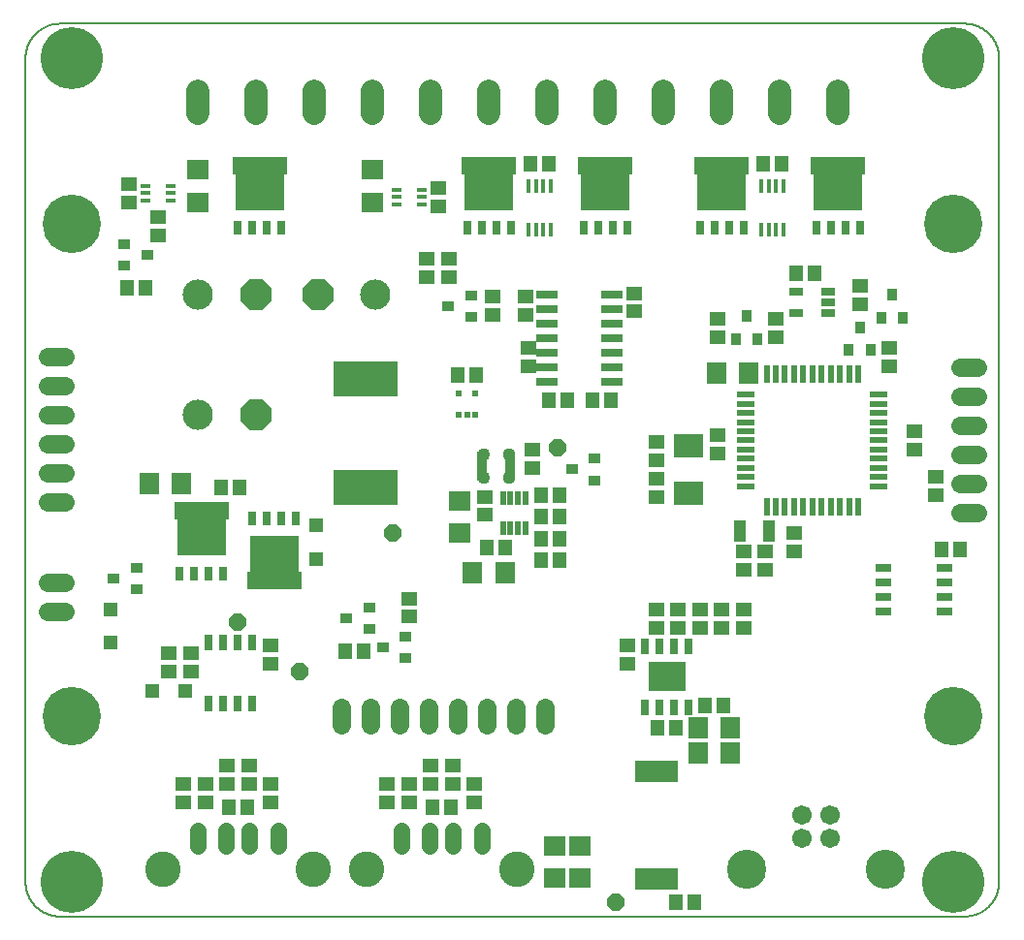
<source format=gts>
G75*
%MOIN*%
%OFA0B0*%
%FSLAX25Y25*%
%IPPOS*%
%LPD*%
%AMOC8*
5,1,8,0,0,1.08239X$1,22.5*
%
%ADD10R,0.03156X0.04928*%
%ADD11R,0.16935X0.12605*%
%ADD12R,0.18904X0.06306*%
%ADD13R,0.04362X0.04362*%
%ADD14R,0.04731X0.04731*%
%ADD15R,0.22054X0.12211*%
%ADD16C,0.10400*%
%ADD17OC8,0.10400*%
%ADD18R,0.05518X0.04731*%
%ADD19R,0.04731X0.05518*%
%ADD20R,0.07498X0.06699*%
%ADD21R,0.03746X0.01778*%
%ADD22R,0.02762X0.05518*%
%ADD23R,0.07290X0.03156*%
%ADD24C,0.06699*%
%ADD25C,0.13455*%
%ADD26R,0.02172X0.04731*%
%ADD27R,0.03550X0.09849*%
%ADD28C,0.04362*%
%ADD29C,0.03575*%
%ADD30R,0.06699X0.07487*%
%ADD31R,0.07487X0.06699*%
%ADD32R,0.04337X0.03550*%
%ADD33R,0.04337X0.07487*%
%ADD34R,0.14573X0.07487*%
%ADD35R,0.02369X0.02369*%
%ADD36R,0.01975X0.02369*%
%ADD37C,0.05518*%
%ADD38C,0.12211*%
%ADD39R,0.03550X0.04337*%
%ADD40C,0.06306*%
%ADD41R,0.06306X0.02369*%
%ADD42R,0.02369X0.06306*%
%ADD43R,0.09849X0.07880*%
%ADD44R,0.04731X0.02762*%
%ADD45R,0.05518X0.02762*%
%ADD46R,0.01581X0.05124*%
%ADD47C,0.08077*%
%ADD48C,0.21329*%
%ADD49C,0.00787*%
%ADD50C,0.20085*%
%ADD51R,0.12605X0.09849*%
%ADD52OC8,0.05715*%
D10*
X0117028Y0146644D03*
X0122028Y0146644D03*
X0127028Y0146644D03*
X0132028Y0146644D03*
X0142028Y0165600D03*
X0147028Y0165600D03*
X0152028Y0165600D03*
X0157028Y0165600D03*
X0152028Y0265394D03*
X0147028Y0265394D03*
X0142028Y0265394D03*
X0137028Y0265394D03*
X0215778Y0265394D03*
X0220778Y0265394D03*
X0225778Y0265394D03*
X0230778Y0265394D03*
X0255778Y0265394D03*
X0260778Y0265394D03*
X0265778Y0265394D03*
X0270778Y0265394D03*
X0295778Y0265394D03*
X0300778Y0265394D03*
X0305778Y0265394D03*
X0310778Y0265394D03*
X0335778Y0265394D03*
X0340778Y0265394D03*
X0345778Y0265394D03*
X0350778Y0265394D03*
D11*
X0343278Y0277894D03*
X0303278Y0277894D03*
X0263278Y0277894D03*
X0223278Y0277894D03*
X0144528Y0277894D03*
X0124528Y0159144D03*
X0149528Y0153100D03*
D12*
X0149528Y0144045D03*
X0124528Y0168199D03*
X0144528Y0286949D03*
X0223278Y0286949D03*
X0263278Y0286949D03*
X0303278Y0286949D03*
X0343278Y0286949D03*
D13*
X0343278Y0285571D03*
X0348789Y0285571D03*
X0348789Y0280059D03*
X0343278Y0280059D03*
X0337766Y0280059D03*
X0337766Y0285571D03*
X0337766Y0274547D03*
X0343278Y0274547D03*
X0348789Y0274547D03*
X0308789Y0274547D03*
X0303278Y0274547D03*
X0303278Y0280059D03*
X0308789Y0280059D03*
X0308789Y0285571D03*
X0303278Y0285571D03*
X0297766Y0285571D03*
X0297766Y0280059D03*
X0297766Y0274547D03*
X0268789Y0274547D03*
X0263278Y0274547D03*
X0257766Y0274547D03*
X0257766Y0280059D03*
X0263278Y0280059D03*
X0268789Y0280059D03*
X0268789Y0285571D03*
X0263278Y0285571D03*
X0257766Y0285571D03*
X0228789Y0285571D03*
X0223278Y0285571D03*
X0223278Y0280059D03*
X0228789Y0280059D03*
X0228789Y0274547D03*
X0223278Y0274547D03*
X0217766Y0274547D03*
X0217766Y0280059D03*
X0217766Y0285571D03*
X0150039Y0285571D03*
X0144528Y0285571D03*
X0144528Y0280059D03*
X0150039Y0280059D03*
X0150039Y0274547D03*
X0144528Y0274547D03*
X0139016Y0274547D03*
X0139016Y0280059D03*
X0139016Y0285571D03*
X0174872Y0216526D03*
X0180778Y0216526D03*
X0186683Y0216526D03*
X0186683Y0210620D03*
X0180778Y0210620D03*
X0174872Y0210620D03*
X0174872Y0179124D03*
X0174872Y0173219D03*
X0180778Y0173219D03*
X0180778Y0179124D03*
X0186683Y0179124D03*
X0186683Y0173219D03*
X0155039Y0156447D03*
X0149528Y0156447D03*
X0149528Y0150935D03*
X0155039Y0150935D03*
X0155039Y0145423D03*
X0149528Y0145423D03*
X0144016Y0145423D03*
X0144016Y0150935D03*
X0144016Y0156447D03*
X0130039Y0155797D03*
X0124528Y0155797D03*
X0124528Y0161309D03*
X0130039Y0161309D03*
X0130039Y0166821D03*
X0124528Y0166821D03*
X0119016Y0166821D03*
X0119016Y0161309D03*
X0119016Y0155797D03*
X0276053Y0078770D03*
X0280778Y0078770D03*
X0285502Y0078770D03*
X0284528Y0108760D03*
X0288465Y0108760D03*
X0288465Y0113484D03*
X0284528Y0113484D03*
X0280591Y0113484D03*
X0280591Y0108760D03*
X0280778Y0040974D03*
X0285502Y0040974D03*
X0276053Y0040974D03*
D14*
X0163903Y0151663D03*
X0163903Y0163081D03*
X0118986Y0106122D03*
X0107569Y0106122D03*
X0093278Y0122913D03*
X0093278Y0134331D03*
D15*
X0180778Y0176171D03*
X0180778Y0213573D03*
D16*
X0184370Y0242372D03*
X0123435Y0242372D03*
X0123435Y0201122D03*
D17*
X0143120Y0201122D03*
X0143120Y0242372D03*
X0164685Y0242372D03*
D18*
X0202028Y0248597D03*
X0202028Y0254897D03*
X0209528Y0254897D03*
X0209528Y0248597D03*
X0224528Y0241772D03*
X0224528Y0235472D03*
X0235778Y0235472D03*
X0235778Y0241772D03*
X0237028Y0224272D03*
X0237028Y0217972D03*
X0238278Y0189272D03*
X0238278Y0182972D03*
X0222028Y0173022D03*
X0222028Y0166722D03*
X0195778Y0138022D03*
X0195778Y0131722D03*
X0148278Y0121772D03*
X0148278Y0115472D03*
X0120778Y0112972D03*
X0120778Y0119272D03*
X0113278Y0119272D03*
X0113278Y0112972D03*
X0133278Y0080522D03*
X0140778Y0080522D03*
X0140778Y0074222D03*
X0133278Y0074222D03*
X0125778Y0074272D03*
X0125778Y0067972D03*
X0118278Y0067972D03*
X0118278Y0074272D03*
X0148278Y0074272D03*
X0148278Y0067972D03*
X0188278Y0067972D03*
X0195778Y0067972D03*
X0195778Y0074272D03*
X0188278Y0074272D03*
X0203278Y0074222D03*
X0210778Y0074222D03*
X0210778Y0080522D03*
X0203278Y0080522D03*
X0218278Y0074272D03*
X0218278Y0067972D03*
X0270778Y0115472D03*
X0270778Y0121772D03*
X0280778Y0127972D03*
X0288278Y0127972D03*
X0288278Y0134272D03*
X0280778Y0134272D03*
X0295778Y0134272D03*
X0295778Y0127972D03*
X0303278Y0127972D03*
X0310778Y0127972D03*
X0310778Y0134272D03*
X0303278Y0134272D03*
X0310778Y0147972D03*
X0310778Y0154272D03*
X0318278Y0154272D03*
X0318278Y0147972D03*
X0328278Y0154222D03*
X0328278Y0160522D03*
X0302028Y0187972D03*
X0302028Y0194272D03*
X0280778Y0191772D03*
X0280778Y0185472D03*
X0280778Y0179272D03*
X0280778Y0172972D03*
X0302028Y0227972D03*
X0302028Y0234272D03*
X0322028Y0234272D03*
X0322028Y0227972D03*
X0350778Y0239222D03*
X0350778Y0245522D03*
X0360778Y0224272D03*
X0360778Y0217972D03*
X0369528Y0195522D03*
X0369528Y0189222D03*
X0377028Y0179897D03*
X0377028Y0173597D03*
X0273278Y0236722D03*
X0273278Y0243022D03*
X0205778Y0272972D03*
X0205778Y0279272D03*
X0109528Y0269272D03*
X0109528Y0262972D03*
X0099528Y0274222D03*
X0099528Y0280522D03*
D19*
X0098878Y0244872D03*
X0105177Y0244872D03*
X0131378Y0176122D03*
X0137677Y0176122D03*
X0173878Y0119872D03*
X0180177Y0119872D03*
X0222628Y0155497D03*
X0228927Y0155497D03*
X0241378Y0158622D03*
X0247677Y0158622D03*
X0247677Y0151122D03*
X0241378Y0151122D03*
X0241378Y0166122D03*
X0247677Y0166122D03*
X0247677Y0173622D03*
X0241378Y0173622D03*
X0243878Y0206122D03*
X0250177Y0206122D03*
X0258878Y0206122D03*
X0265177Y0206122D03*
X0218927Y0214872D03*
X0212628Y0214872D03*
X0237628Y0287372D03*
X0243927Y0287372D03*
X0317628Y0287372D03*
X0323927Y0287372D03*
X0328878Y0249872D03*
X0335177Y0249872D03*
X0378878Y0154872D03*
X0385177Y0154872D03*
X0303927Y0101122D03*
X0297628Y0101122D03*
X0287677Y0093622D03*
X0281378Y0093622D03*
X0287628Y0033622D03*
X0293927Y0033622D03*
X0210177Y0066122D03*
X0203878Y0066122D03*
X0140177Y0066122D03*
X0133878Y0066122D03*
D20*
X0123278Y0274274D03*
X0123278Y0285470D03*
X0183278Y0285470D03*
X0183278Y0274274D03*
D21*
X0191447Y0273563D03*
X0191447Y0276122D03*
X0191447Y0278681D03*
X0200108Y0278681D03*
X0200108Y0276122D03*
X0200108Y0273563D03*
X0113858Y0274813D03*
X0113858Y0277372D03*
X0113858Y0279931D03*
X0105197Y0279931D03*
X0105197Y0277372D03*
X0105197Y0274813D03*
D22*
X0127028Y0122805D03*
X0132028Y0122805D03*
X0137028Y0122805D03*
X0142028Y0122805D03*
X0142028Y0101939D03*
X0137028Y0101939D03*
X0132028Y0101939D03*
X0127028Y0101939D03*
X0277028Y0100689D03*
X0282028Y0100689D03*
X0287028Y0100689D03*
X0292028Y0100689D03*
X0292028Y0121555D03*
X0287028Y0121555D03*
X0282028Y0121555D03*
X0277028Y0121555D03*
D23*
X0265650Y0212372D03*
X0265650Y0217372D03*
X0265650Y0222372D03*
X0265650Y0227372D03*
X0265650Y0232372D03*
X0265650Y0237372D03*
X0265650Y0242372D03*
X0243406Y0242372D03*
X0243406Y0237372D03*
X0243406Y0232372D03*
X0243406Y0227372D03*
X0243406Y0222372D03*
X0243406Y0217372D03*
X0243406Y0212372D03*
D24*
X0330856Y0063415D03*
X0330856Y0055541D03*
X0340699Y0055541D03*
X0340699Y0063415D03*
D25*
X0359478Y0044872D03*
X0312077Y0044872D03*
D26*
X0235866Y0162254D03*
X0233307Y0162254D03*
X0230748Y0162254D03*
X0228189Y0162254D03*
X0228189Y0172490D03*
X0230748Y0172490D03*
X0233307Y0172490D03*
X0235866Y0172490D03*
D27*
X0230699Y0183622D03*
X0220856Y0183425D03*
D28*
X0221447Y0179685D03*
X0221447Y0187559D03*
X0230108Y0187559D03*
X0230108Y0179685D03*
D29*
X0230699Y0183622D03*
X0220856Y0183622D03*
D30*
X0217766Y0146747D03*
X0228789Y0146747D03*
X0295266Y0093622D03*
X0295266Y0084872D03*
X0306289Y0084872D03*
X0306289Y0093622D03*
X0301516Y0215497D03*
X0312539Y0215497D03*
X0117539Y0177372D03*
X0106516Y0177372D03*
D31*
X0213278Y0171634D03*
X0213278Y0160610D03*
X0245778Y0052884D03*
X0254528Y0052884D03*
X0254528Y0041860D03*
X0245778Y0041860D03*
D32*
X0194715Y0117382D03*
X0194715Y0124862D03*
X0186841Y0121122D03*
X0182215Y0127382D03*
X0182215Y0134862D03*
X0174341Y0131122D03*
X0102215Y0141132D03*
X0102215Y0148612D03*
X0094341Y0144872D03*
X0209341Y0238622D03*
X0217215Y0234882D03*
X0217215Y0242362D03*
X0259715Y0186112D03*
X0259715Y0178632D03*
X0251841Y0182372D03*
X0105965Y0256122D03*
X0098091Y0252382D03*
X0098091Y0259862D03*
D33*
X0309606Y0161122D03*
X0319449Y0161122D03*
D34*
X0280778Y0078376D03*
X0280778Y0041368D03*
D35*
X0218533Y0201329D03*
X0213022Y0201329D03*
X0213022Y0208415D03*
X0218533Y0208415D03*
D36*
X0215778Y0201329D03*
D37*
X0210965Y0058100D02*
X0210965Y0052982D01*
X0203091Y0052982D02*
X0203091Y0058100D01*
X0193248Y0058100D02*
X0193248Y0052982D01*
X0220807Y0052982D02*
X0220807Y0058100D01*
X0150807Y0058100D02*
X0150807Y0052982D01*
X0140965Y0052982D02*
X0140965Y0058100D01*
X0133091Y0058100D02*
X0133091Y0052982D01*
X0123248Y0052982D02*
X0123248Y0058100D01*
D38*
X0111161Y0044872D03*
X0162894Y0044872D03*
X0181161Y0044872D03*
X0232894Y0044872D03*
D39*
X0347037Y0223435D03*
X0354518Y0223435D03*
X0350778Y0231309D03*
X0358287Y0234685D03*
X0365768Y0234685D03*
X0362028Y0242559D03*
X0315768Y0227185D03*
X0308287Y0227185D03*
X0312028Y0235059D03*
D40*
X0385325Y0217372D02*
X0391230Y0217372D01*
X0391230Y0207372D02*
X0385325Y0207372D01*
X0385325Y0197372D02*
X0391230Y0197372D01*
X0391230Y0187372D02*
X0385325Y0187372D01*
X0385325Y0177372D02*
X0391230Y0177372D01*
X0391230Y0167372D02*
X0385325Y0167372D01*
X0242756Y0100472D02*
X0242756Y0094567D01*
X0232756Y0094567D02*
X0232756Y0100472D01*
X0222756Y0100472D02*
X0222756Y0094567D01*
X0212756Y0094567D02*
X0212756Y0100472D01*
X0202756Y0100472D02*
X0202756Y0094567D01*
X0192756Y0094567D02*
X0192756Y0100472D01*
X0182756Y0100472D02*
X0182756Y0094567D01*
X0172756Y0094567D02*
X0172756Y0100472D01*
X0077480Y0133622D02*
X0071575Y0133622D01*
X0071575Y0143622D02*
X0077480Y0143622D01*
X0077480Y0171122D02*
X0071575Y0171122D01*
X0071575Y0181122D02*
X0077480Y0181122D01*
X0077480Y0191122D02*
X0071575Y0191122D01*
X0071575Y0201122D02*
X0077480Y0201122D01*
X0077480Y0211122D02*
X0071575Y0211122D01*
X0071575Y0221122D02*
X0077480Y0221122D01*
D41*
X0311693Y0208120D03*
X0311693Y0204970D03*
X0311693Y0201821D03*
X0311693Y0198671D03*
X0311693Y0195522D03*
X0311693Y0192372D03*
X0311693Y0189222D03*
X0311693Y0186073D03*
X0311693Y0182923D03*
X0311693Y0179774D03*
X0311693Y0176624D03*
X0357362Y0176624D03*
X0357362Y0179774D03*
X0357362Y0182923D03*
X0357362Y0186073D03*
X0357362Y0189222D03*
X0357362Y0192372D03*
X0357362Y0195522D03*
X0357362Y0198671D03*
X0357362Y0201821D03*
X0357362Y0204970D03*
X0357362Y0208120D03*
D42*
X0350276Y0215207D03*
X0347126Y0215207D03*
X0343976Y0215207D03*
X0340827Y0215207D03*
X0337677Y0215207D03*
X0334528Y0215207D03*
X0331378Y0215207D03*
X0328228Y0215207D03*
X0325079Y0215207D03*
X0321929Y0215207D03*
X0318780Y0215207D03*
X0318780Y0169537D03*
X0321929Y0169537D03*
X0325079Y0169537D03*
X0328228Y0169537D03*
X0331378Y0169537D03*
X0334528Y0169537D03*
X0337677Y0169537D03*
X0340827Y0169537D03*
X0343976Y0169537D03*
X0347126Y0169537D03*
X0350276Y0169537D03*
D43*
X0292028Y0174301D03*
X0292028Y0190443D03*
D44*
X0329016Y0236132D03*
X0329016Y0243612D03*
X0340039Y0243612D03*
X0340039Y0239872D03*
X0340039Y0236132D03*
D45*
X0359094Y0148622D03*
X0359094Y0143622D03*
X0359094Y0138622D03*
X0359094Y0133622D03*
X0379961Y0133622D03*
X0379961Y0138622D03*
X0379961Y0143622D03*
X0379961Y0148622D03*
D46*
X0324616Y0264892D03*
X0322057Y0264892D03*
X0319498Y0264892D03*
X0316939Y0264892D03*
X0316939Y0279852D03*
X0319498Y0279852D03*
X0322057Y0279852D03*
X0324616Y0279852D03*
X0244616Y0279852D03*
X0242057Y0279852D03*
X0239498Y0279852D03*
X0236939Y0279852D03*
X0236939Y0264892D03*
X0239498Y0264892D03*
X0242057Y0264892D03*
X0244616Y0264892D03*
D47*
X0243278Y0304783D02*
X0243278Y0312461D01*
X0263278Y0312461D02*
X0263278Y0304783D01*
X0283278Y0304783D02*
X0283278Y0312461D01*
X0303278Y0312461D02*
X0303278Y0304783D01*
X0323278Y0304783D02*
X0323278Y0312461D01*
X0343278Y0312461D02*
X0343278Y0304783D01*
X0223278Y0304783D02*
X0223278Y0312461D01*
X0203278Y0312461D02*
X0203278Y0304783D01*
X0183278Y0304783D02*
X0183278Y0312461D01*
X0163278Y0312461D02*
X0163278Y0304783D01*
X0143278Y0304783D02*
X0143278Y0312461D01*
X0123278Y0312461D02*
X0123278Y0304783D01*
D48*
X0079803Y0323898D03*
X0382953Y0323898D03*
X0382953Y0040433D03*
X0079803Y0040433D03*
D49*
X0064055Y0040433D02*
X0064055Y0323898D01*
X0064058Y0324183D01*
X0064069Y0324469D01*
X0064086Y0324754D01*
X0064110Y0325038D01*
X0064141Y0325322D01*
X0064179Y0325605D01*
X0064224Y0325886D01*
X0064275Y0326167D01*
X0064333Y0326447D01*
X0064398Y0326725D01*
X0064470Y0327001D01*
X0064548Y0327275D01*
X0064633Y0327548D01*
X0064725Y0327818D01*
X0064823Y0328086D01*
X0064927Y0328352D01*
X0065038Y0328615D01*
X0065155Y0328875D01*
X0065278Y0329133D01*
X0065408Y0329387D01*
X0065544Y0329638D01*
X0065685Y0329886D01*
X0065833Y0330130D01*
X0065986Y0330371D01*
X0066146Y0330607D01*
X0066311Y0330840D01*
X0066481Y0331069D01*
X0066657Y0331294D01*
X0066839Y0331514D01*
X0067025Y0331730D01*
X0067217Y0331941D01*
X0067414Y0332148D01*
X0067616Y0332350D01*
X0067823Y0332547D01*
X0068034Y0332739D01*
X0068250Y0332925D01*
X0068470Y0333107D01*
X0068695Y0333283D01*
X0068924Y0333453D01*
X0069157Y0333618D01*
X0069393Y0333778D01*
X0069634Y0333931D01*
X0069878Y0334079D01*
X0070126Y0334220D01*
X0070377Y0334356D01*
X0070631Y0334486D01*
X0070889Y0334609D01*
X0071149Y0334726D01*
X0071412Y0334837D01*
X0071678Y0334941D01*
X0071946Y0335039D01*
X0072216Y0335131D01*
X0072489Y0335216D01*
X0072763Y0335294D01*
X0073039Y0335366D01*
X0073317Y0335431D01*
X0073597Y0335489D01*
X0073878Y0335540D01*
X0074159Y0335585D01*
X0074442Y0335623D01*
X0074726Y0335654D01*
X0075010Y0335678D01*
X0075295Y0335695D01*
X0075581Y0335706D01*
X0075866Y0335709D01*
X0386890Y0335709D01*
X0387175Y0335706D01*
X0387461Y0335695D01*
X0387746Y0335678D01*
X0388030Y0335654D01*
X0388314Y0335623D01*
X0388597Y0335585D01*
X0388878Y0335540D01*
X0389159Y0335489D01*
X0389439Y0335431D01*
X0389717Y0335366D01*
X0389993Y0335294D01*
X0390267Y0335216D01*
X0390540Y0335131D01*
X0390810Y0335039D01*
X0391078Y0334941D01*
X0391344Y0334837D01*
X0391607Y0334726D01*
X0391867Y0334609D01*
X0392125Y0334486D01*
X0392379Y0334356D01*
X0392630Y0334220D01*
X0392878Y0334079D01*
X0393122Y0333931D01*
X0393363Y0333778D01*
X0393599Y0333618D01*
X0393832Y0333453D01*
X0394061Y0333283D01*
X0394286Y0333107D01*
X0394506Y0332925D01*
X0394722Y0332739D01*
X0394933Y0332547D01*
X0395140Y0332350D01*
X0395342Y0332148D01*
X0395539Y0331941D01*
X0395731Y0331730D01*
X0395917Y0331514D01*
X0396099Y0331294D01*
X0396275Y0331069D01*
X0396445Y0330840D01*
X0396610Y0330607D01*
X0396770Y0330371D01*
X0396923Y0330130D01*
X0397071Y0329886D01*
X0397212Y0329638D01*
X0397348Y0329387D01*
X0397478Y0329133D01*
X0397601Y0328875D01*
X0397718Y0328615D01*
X0397829Y0328352D01*
X0397933Y0328086D01*
X0398031Y0327818D01*
X0398123Y0327548D01*
X0398208Y0327275D01*
X0398286Y0327001D01*
X0398358Y0326725D01*
X0398423Y0326447D01*
X0398481Y0326167D01*
X0398532Y0325886D01*
X0398577Y0325605D01*
X0398615Y0325322D01*
X0398646Y0325038D01*
X0398670Y0324754D01*
X0398687Y0324469D01*
X0398698Y0324183D01*
X0398701Y0323898D01*
X0398701Y0040433D01*
X0398698Y0040148D01*
X0398687Y0039862D01*
X0398670Y0039577D01*
X0398646Y0039293D01*
X0398615Y0039009D01*
X0398577Y0038726D01*
X0398532Y0038445D01*
X0398481Y0038164D01*
X0398423Y0037884D01*
X0398358Y0037606D01*
X0398286Y0037330D01*
X0398208Y0037056D01*
X0398123Y0036783D01*
X0398031Y0036513D01*
X0397933Y0036245D01*
X0397829Y0035979D01*
X0397718Y0035716D01*
X0397601Y0035456D01*
X0397478Y0035198D01*
X0397348Y0034944D01*
X0397212Y0034693D01*
X0397071Y0034445D01*
X0396923Y0034201D01*
X0396770Y0033960D01*
X0396610Y0033724D01*
X0396445Y0033491D01*
X0396275Y0033262D01*
X0396099Y0033037D01*
X0395917Y0032817D01*
X0395731Y0032601D01*
X0395539Y0032390D01*
X0395342Y0032183D01*
X0395140Y0031981D01*
X0394933Y0031784D01*
X0394722Y0031592D01*
X0394506Y0031406D01*
X0394286Y0031224D01*
X0394061Y0031048D01*
X0393832Y0030878D01*
X0393599Y0030713D01*
X0393363Y0030553D01*
X0393122Y0030400D01*
X0392878Y0030252D01*
X0392630Y0030111D01*
X0392379Y0029975D01*
X0392125Y0029845D01*
X0391867Y0029722D01*
X0391607Y0029605D01*
X0391344Y0029494D01*
X0391078Y0029390D01*
X0390810Y0029292D01*
X0390540Y0029200D01*
X0390267Y0029115D01*
X0389993Y0029037D01*
X0389717Y0028965D01*
X0389439Y0028900D01*
X0389159Y0028842D01*
X0388878Y0028791D01*
X0388597Y0028746D01*
X0388314Y0028708D01*
X0388030Y0028677D01*
X0387746Y0028653D01*
X0387461Y0028636D01*
X0387175Y0028625D01*
X0386890Y0028622D01*
X0075866Y0028622D01*
X0075581Y0028625D01*
X0075295Y0028636D01*
X0075010Y0028653D01*
X0074726Y0028677D01*
X0074442Y0028708D01*
X0074159Y0028746D01*
X0073878Y0028791D01*
X0073597Y0028842D01*
X0073317Y0028900D01*
X0073039Y0028965D01*
X0072763Y0029037D01*
X0072489Y0029115D01*
X0072216Y0029200D01*
X0071946Y0029292D01*
X0071678Y0029390D01*
X0071412Y0029494D01*
X0071149Y0029605D01*
X0070889Y0029722D01*
X0070631Y0029845D01*
X0070377Y0029975D01*
X0070126Y0030111D01*
X0069878Y0030252D01*
X0069634Y0030400D01*
X0069393Y0030553D01*
X0069157Y0030713D01*
X0068924Y0030878D01*
X0068695Y0031048D01*
X0068470Y0031224D01*
X0068250Y0031406D01*
X0068034Y0031592D01*
X0067823Y0031784D01*
X0067616Y0031981D01*
X0067414Y0032183D01*
X0067217Y0032390D01*
X0067025Y0032601D01*
X0066839Y0032817D01*
X0066657Y0033037D01*
X0066481Y0033262D01*
X0066311Y0033491D01*
X0066146Y0033724D01*
X0065986Y0033960D01*
X0065833Y0034201D01*
X0065685Y0034445D01*
X0065544Y0034693D01*
X0065408Y0034944D01*
X0065278Y0035198D01*
X0065155Y0035456D01*
X0065038Y0035716D01*
X0064927Y0035979D01*
X0064823Y0036245D01*
X0064725Y0036513D01*
X0064633Y0036783D01*
X0064548Y0037056D01*
X0064470Y0037330D01*
X0064398Y0037606D01*
X0064333Y0037884D01*
X0064275Y0038164D01*
X0064224Y0038445D01*
X0064179Y0038726D01*
X0064141Y0039009D01*
X0064110Y0039293D01*
X0064086Y0039577D01*
X0064069Y0039862D01*
X0064058Y0040148D01*
X0064055Y0040433D01*
D50*
X0079803Y0097520D03*
X0079803Y0266811D03*
X0382953Y0266811D03*
X0382953Y0097520D03*
D51*
X0284528Y0111122D03*
D52*
X0247028Y0189872D03*
X0190153Y0160497D03*
X0137028Y0129872D03*
X0158278Y0112997D03*
X0267028Y0033622D03*
M02*

</source>
